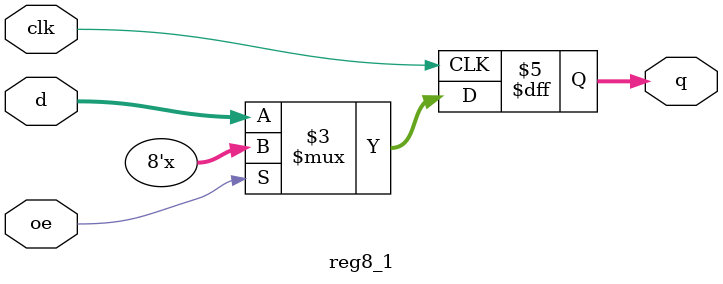
<source format=v>
module reg8_1(q,d,oe,clk);
output [7:0] q;     // 输出输出端
input [7:0] d;      // 数据输入端
input oe,clk;       // 三态控制端（输出使能）、时钟信号
reg [7:0] q;

always @(posedge clk) begin
    if (oe) begin
        q <= 8'bz;
    end
    else begin
        q <= d;
    end
        
end

endmodule

</source>
